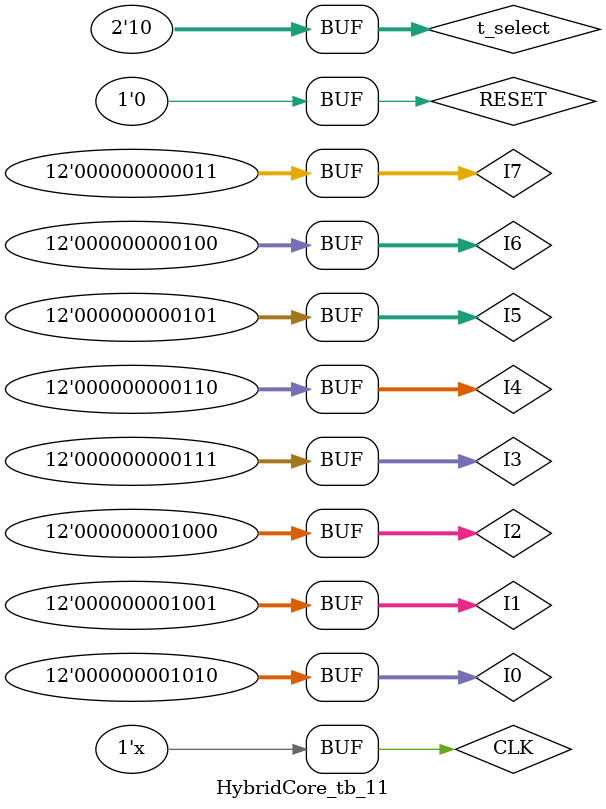
<source format=v>
`timescale 1ns/1ns
module HybridCore_tb_11;
  reg CLK;
  reg RESET;
  reg [1:0] t_select;
  
  reg [11:0] I0;
  reg [11:0] I1;
  reg [11:0] I2;
  reg [11:0] I3;
  reg [11:0] I4;
  reg [11:0] I5;
  reg [11:0] I6;
  reg [11:0] I7;
  
  wire[11:0] rO0;
  wire[11:0] rO1;
  wire[11:0] rO2;
  wire[11:0] rO3;
  wire[11:0] rO4;
  wire[11:0] rO5;
  wire[11:0] rO6;
  wire[11:0] rO7;
  
  wire[11:0] iO0;
  wire[11:0] iO1;
  wire[11:0] iO2;
  wire[11:0] iO3;
  wire[11:0] iO4;
  wire[11:0] iO5;
  wire[11:0] iO6;
  wire[11:0] iO7;

  


initial CLK = 1'b0;
  always #10 CLK = ~CLK;
  
  initial begin 
    RESET = 1'b1;
    #20 RESET=1'b0;t_select=2'b10;
    
    #40 I0=12'd10; I1=12'd9; I2=12'd8; I3=12'd7; I4=12'd6; I5=12'd5; I6=12'd4; I7=12'd3;
    
    
    
  end
  
HybridCore HC_12(.CLK(CLK),.RESET(RESET),.t_select(t_select),.I0(I0),.I1(I1),.I2(I2),.I3(I3),.I4(I4),.I5(I5),.I6(I6),.I7(I7),
.rO0(rO0),.rO1(rO1),.rO2(rO2),.rO3(rO3),.rO4(rO4),.rO5(rO5),.rO6(rO6),.rO7(rO7),.iO0(iO0),.iO1(iO1),.iO2(iO2),.iO3(iO3),.iO4(iO4),.iO5(iO5),.iO6(iO6),.iO7(iO7));
endmodule

</source>
